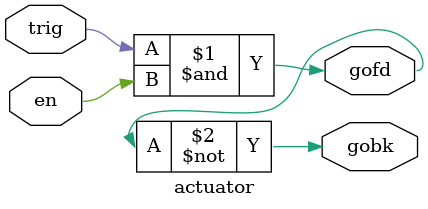
<source format=v>
module actuator(gofd, gobk, trig, en);
    input trig, en;
    output gofd, gobk;

    assign gofd = trig & en;
    assign gobk = ~gofd;
endmodule
</source>
